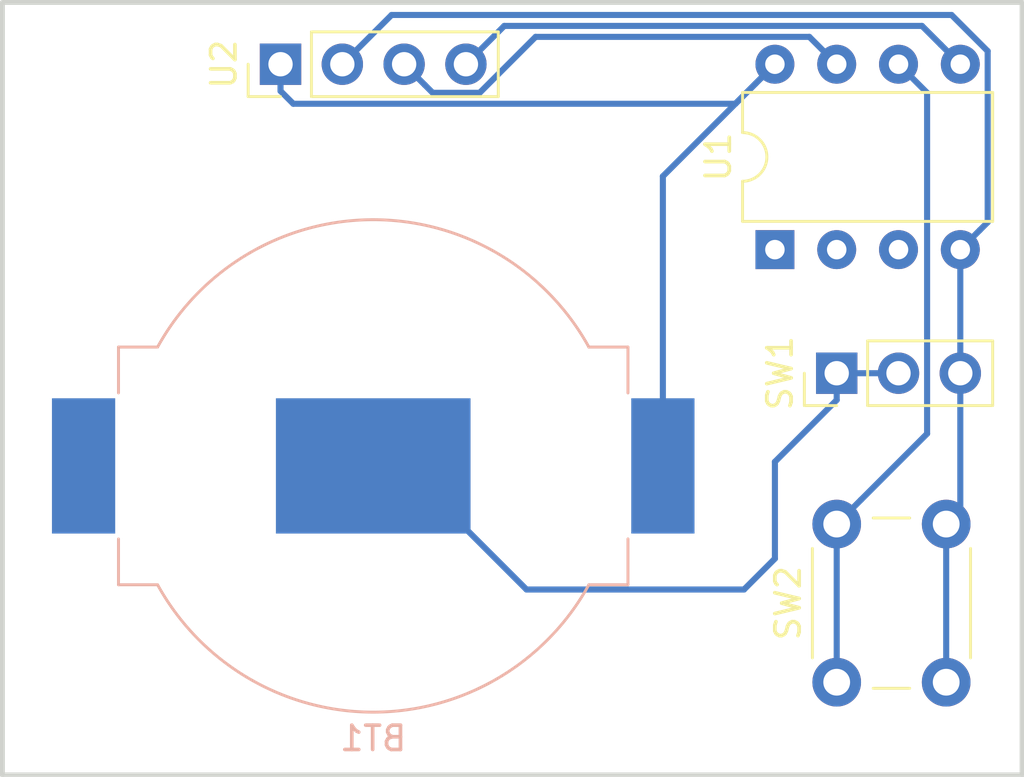
<source format=kicad_pcb>
(kicad_pcb (version 20171130) (host pcbnew 5.0.1-33cea8e~68~ubuntu18.04.1)

  (general
    (thickness 1.6)
    (drawings 4)
    (tracks 41)
    (zones 0)
    (modules 5)
    (nets 10)
  )

  (page A4)
  (layers
    (0 F.Cu signal)
    (31 B.Cu signal)
    (32 B.Adhes user hide)
    (33 F.Adhes user hide)
    (34 B.Paste user hide)
    (35 F.Paste user hide)
    (36 B.SilkS user)
    (37 F.SilkS user)
    (38 B.Mask user)
    (39 F.Mask user)
    (40 Dwgs.User user)
    (41 Cmts.User user)
    (42 Eco1.User user hide)
    (43 Eco2.User user hide)
    (44 Edge.Cuts user)
    (45 Margin user hide)
    (46 B.CrtYd user)
    (47 F.CrtYd user)
    (48 B.Fab user hide)
    (49 F.Fab user hide)
  )

  (setup
    (last_trace_width 0.25)
    (trace_clearance 0.2)
    (zone_clearance 0.508)
    (zone_45_only no)
    (trace_min 0.2)
    (segment_width 0.2)
    (edge_width 0.2)
    (via_size 0.8)
    (via_drill 0.4)
    (via_min_size 0.4)
    (via_min_drill 0.3)
    (uvia_size 0.3)
    (uvia_drill 0.1)
    (uvias_allowed no)
    (uvia_min_size 0.2)
    (uvia_min_drill 0.1)
    (pcb_text_width 0.3)
    (pcb_text_size 1.5 1.5)
    (mod_edge_width 0.15)
    (mod_text_size 1 1)
    (mod_text_width 0.15)
    (pad_size 2.6 5.56)
    (pad_drill 0)
    (pad_to_mask_clearance 0.051)
    (solder_mask_min_width 0.25)
    (aux_axis_origin 0 0)
    (visible_elements FFFFFF7F)
    (pcbplotparams
      (layerselection 0x010fc_ffffffff)
      (usegerberextensions false)
      (usegerberattributes false)
      (usegerberadvancedattributes false)
      (creategerberjobfile false)
      (excludeedgelayer true)
      (linewidth 0.100000)
      (plotframeref false)
      (viasonmask false)
      (mode 1)
      (useauxorigin false)
      (hpglpennumber 1)
      (hpglpenspeed 20)
      (hpglpendiameter 15.000000)
      (psnegative false)
      (psa4output false)
      (plotreference true)
      (plotvalue true)
      (plotinvisibletext false)
      (padsonsilk false)
      (subtractmaskfromsilk false)
      (outputformat 1)
      (mirror false)
      (drillshape 1)
      (scaleselection 1)
      (outputdirectory ""))
  )

  (net 0 "")
  (net 1 "Net-(U1-Pad1)")
  (net 2 "Net-(U1-Pad5)")
  (net 3 "Net-(U1-Pad2)")
  (net 4 "Net-(SW2-Pad1)")
  (net 5 "Net-(U1-Pad3)")
  (net 6 "Net-(U1-Pad7)")
  (net 7 "Net-(SW1-Pad3)")
  (net 8 "Net-(BT1-Pad1)")
  (net 9 "Net-(BT1-Pad2)")

  (net_class Default "This is the default net class."
    (clearance 0.2)
    (trace_width 0.25)
    (via_dia 0.8)
    (via_drill 0.4)
    (uvia_dia 0.3)
    (uvia_drill 0.1)
    (add_net "Net-(BT1-Pad1)")
    (add_net "Net-(BT1-Pad2)")
    (add_net "Net-(SW1-Pad3)")
    (add_net "Net-(SW2-Pad1)")
    (add_net "Net-(U1-Pad1)")
    (add_net "Net-(U1-Pad2)")
    (add_net "Net-(U1-Pad3)")
    (add_net "Net-(U1-Pad5)")
    (add_net "Net-(U1-Pad7)")
  )

  (module Connector_PinHeader_2.54mm:PinHeader_1x04_P2.54mm_Vertical (layer F.Cu) (tedit 59FED5CC) (tstamp 5C0935D9)
    (at 36.83 27.94 90)
    (descr "Through hole straight pin header, 1x04, 2.54mm pitch, single row")
    (tags "Through hole pin header THT 1x04 2.54mm single row")
    (path /5BEFD998)
    (fp_text reference U2 (at 0 -2.33 90) (layer F.SilkS)
      (effects (font (size 1 1) (thickness 0.15)))
    )
    (fp_text value ssd1306-i2c (at 0 9.95 90) (layer F.Fab)
      (effects (font (size 1 1) (thickness 0.15)))
    )
    (fp_text user %R (at 0 3.81 180) (layer F.Fab)
      (effects (font (size 1 1) (thickness 0.15)))
    )
    (fp_line (start 1.8 -1.8) (end -1.8 -1.8) (layer F.CrtYd) (width 0.05))
    (fp_line (start 1.8 9.4) (end 1.8 -1.8) (layer F.CrtYd) (width 0.05))
    (fp_line (start -1.8 9.4) (end 1.8 9.4) (layer F.CrtYd) (width 0.05))
    (fp_line (start -1.8 -1.8) (end -1.8 9.4) (layer F.CrtYd) (width 0.05))
    (fp_line (start -1.33 -1.33) (end 0 -1.33) (layer F.SilkS) (width 0.12))
    (fp_line (start -1.33 0) (end -1.33 -1.33) (layer F.SilkS) (width 0.12))
    (fp_line (start -1.33 1.27) (end 1.33 1.27) (layer F.SilkS) (width 0.12))
    (fp_line (start 1.33 1.27) (end 1.33 8.95) (layer F.SilkS) (width 0.12))
    (fp_line (start -1.33 1.27) (end -1.33 8.95) (layer F.SilkS) (width 0.12))
    (fp_line (start -1.33 8.95) (end 1.33 8.95) (layer F.SilkS) (width 0.12))
    (fp_line (start -1.27 -0.635) (end -0.635 -1.27) (layer F.Fab) (width 0.1))
    (fp_line (start -1.27 8.89) (end -1.27 -0.635) (layer F.Fab) (width 0.1))
    (fp_line (start 1.27 8.89) (end -1.27 8.89) (layer F.Fab) (width 0.1))
    (fp_line (start 1.27 -1.27) (end 1.27 8.89) (layer F.Fab) (width 0.1))
    (fp_line (start -0.635 -1.27) (end 1.27 -1.27) (layer F.Fab) (width 0.1))
    (pad 4 thru_hole oval (at 0 7.62 90) (size 1.7 1.7) (drill 1) (layers *.Cu *.Mask)
      (net 2 "Net-(U1-Pad5)"))
    (pad 3 thru_hole oval (at 0 5.08 90) (size 1.7 1.7) (drill 1) (layers *.Cu *.Mask)
      (net 6 "Net-(U1-Pad7)"))
    (pad 2 thru_hole oval (at 0 2.54 90) (size 1.7 1.7) (drill 1) (layers *.Cu *.Mask)
      (net 7 "Net-(SW1-Pad3)"))
    (pad 1 thru_hole rect (at 0 0 90) (size 1.7 1.7) (drill 1) (layers *.Cu *.Mask)
      (net 8 "Net-(BT1-Pad1)"))
    (model ${KISYS3DMOD}/Connector_PinHeader_2.54mm.3dshapes/PinHeader_1x04_P2.54mm_Vertical.wrl
      (at (xyz 0 0 0))
      (scale (xyz 1 1 1))
      (rotate (xyz 0 0 0))
    )
  )

  (module Connector_PinHeader_2.54mm:PinHeader_1x03_P2.54mm_Vertical (layer F.Cu) (tedit 59FED5CC) (tstamp 5C0935F0)
    (at 59.69 40.64 90)
    (descr "Through hole straight pin header, 1x03, 2.54mm pitch, single row")
    (tags "Through hole pin header THT 1x03 2.54mm single row")
    (path /5BEFCD7C)
    (fp_text reference SW1 (at 0 -2.33 90) (layer F.SilkS)
      (effects (font (size 1 1) (thickness 0.15)))
    )
    (fp_text value SW_Push_SPDT (at 0 7.41 90) (layer F.Fab)
      (effects (font (size 1 1) (thickness 0.15)))
    )
    (fp_line (start -0.635 -1.27) (end 1.27 -1.27) (layer F.Fab) (width 0.1))
    (fp_line (start 1.27 -1.27) (end 1.27 6.35) (layer F.Fab) (width 0.1))
    (fp_line (start 1.27 6.35) (end -1.27 6.35) (layer F.Fab) (width 0.1))
    (fp_line (start -1.27 6.35) (end -1.27 -0.635) (layer F.Fab) (width 0.1))
    (fp_line (start -1.27 -0.635) (end -0.635 -1.27) (layer F.Fab) (width 0.1))
    (fp_line (start -1.33 6.41) (end 1.33 6.41) (layer F.SilkS) (width 0.12))
    (fp_line (start -1.33 1.27) (end -1.33 6.41) (layer F.SilkS) (width 0.12))
    (fp_line (start 1.33 1.27) (end 1.33 6.41) (layer F.SilkS) (width 0.12))
    (fp_line (start -1.33 1.27) (end 1.33 1.27) (layer F.SilkS) (width 0.12))
    (fp_line (start -1.33 0) (end -1.33 -1.33) (layer F.SilkS) (width 0.12))
    (fp_line (start -1.33 -1.33) (end 0 -1.33) (layer F.SilkS) (width 0.12))
    (fp_line (start -1.8 -1.8) (end -1.8 6.85) (layer F.CrtYd) (width 0.05))
    (fp_line (start -1.8 6.85) (end 1.8 6.85) (layer F.CrtYd) (width 0.05))
    (fp_line (start 1.8 6.85) (end 1.8 -1.8) (layer F.CrtYd) (width 0.05))
    (fp_line (start 1.8 -1.8) (end -1.8 -1.8) (layer F.CrtYd) (width 0.05))
    (fp_text user %R (at 0 2.54 180) (layer F.Fab)
      (effects (font (size 1 1) (thickness 0.15)))
    )
    (pad 1 thru_hole rect (at 0 0 90) (size 1.7 1.7) (drill 1) (layers *.Cu *.Mask)
      (net 9 "Net-(BT1-Pad2)"))
    (pad 2 thru_hole oval (at 0 2.54 90) (size 1.7 1.7) (drill 1) (layers *.Cu *.Mask)
      (net 9 "Net-(BT1-Pad2)"))
    (pad 3 thru_hole oval (at 0 5.08 90) (size 1.7 1.7) (drill 1) (layers *.Cu *.Mask)
      (net 7 "Net-(SW1-Pad3)"))
    (model ${KISYS3DMOD}/Connector_PinHeader_2.54mm.3dshapes/PinHeader_1x03_P2.54mm_Vertical.wrl
      (at (xyz 0 0 0))
      (scale (xyz 1 1 1))
      (rotate (xyz 0 0 0))
    )
  )

  (module Battery:BatteryHolder_MPD_BC2003_1x2032 (layer B.Cu) (tedit 5AED2918) (tstamp 5BFF2592)
    (at 40.64 44.45)
    (descr http://www.memoryprotectiondevices.com/datasheets/BC-2003-datasheet.pdf)
    (tags "BC2003 CR2032 2032 Battery Holder")
    (path /5BEFE105)
    (attr smd)
    (fp_text reference BT1 (at 0 11.2) (layer B.SilkS)
      (effects (font (size 1 1) (thickness 0.15)) (justify mirror))
    )
    (fp_text value Battery_Cell (at 0 -11.2) (layer B.Fab)
      (effects (font (size 1 1) (thickness 0.15)) (justify mirror))
    )
    (fp_line (start -10.35 -4.765) (end 10.35 -4.765) (layer B.Fab) (width 0.1))
    (fp_line (start -10.35 4.765) (end 10.35 4.765) (layer B.Fab) (width 0.1))
    (fp_line (start -10.35 -4.765) (end -10.35 4.765) (layer B.Fab) (width 0.1))
    (fp_line (start 10.35 -4.765) (end 10.35 4.765) (layer B.Fab) (width 0.1))
    (fp_line (start 10.35 -2.525) (end 12 -2.525) (layer B.Fab) (width 0.1))
    (fp_line (start 10.35 2.525) (end 12 2.525) (layer B.Fab) (width 0.1))
    (fp_line (start 12.7 1.825) (end 12 2.525) (layer B.Fab) (width 0.1))
    (fp_line (start 12.7 -1.825) (end 12 -2.525) (layer B.Fab) (width 0.1))
    (fp_line (start 12.7 1.825) (end 12.7 -1.825) (layer B.Fab) (width 0.1))
    (fp_line (start -10.35 2.525) (end -12 2.525) (layer B.Fab) (width 0.1))
    (fp_line (start -10.35 -2.525) (end -12 -2.525) (layer B.Fab) (width 0.1))
    (fp_line (start -12.7 1.825) (end -12 2.525) (layer B.Fab) (width 0.1))
    (fp_line (start -12.7 -1.825) (end -12 -2.525) (layer B.Fab) (width 0.1))
    (fp_line (start -12.7 1.825) (end -12.7 -1.825) (layer B.Fab) (width 0.1))
    (fp_text user %R (at 0 0) (layer B.Fab)
      (effects (font (size 1 1) (thickness 0.15)) (justify mirror))
    )
    (fp_line (start -10.47 4.885) (end -8.86291 4.885) (layer B.SilkS) (width 0.12))
    (fp_line (start -10.47 3) (end -10.47 4.885) (layer B.SilkS) (width 0.12))
    (fp_line (start 10.47 3) (end 10.47 4.885) (layer B.SilkS) (width 0.12))
    (fp_line (start -10.47 -3) (end -10.47 -4.885) (layer B.SilkS) (width 0.12))
    (fp_line (start 10.47 -3) (end 10.47 -4.885) (layer B.SilkS) (width 0.12))
    (fp_line (start 10.47 4.885) (end 8.86291 4.885) (layer B.SilkS) (width 0.12))
    (fp_line (start -10.47 -4.885) (end -8.86291 -4.885) (layer B.SilkS) (width 0.12))
    (fp_line (start 10.47 -4.885) (end 8.86291 -4.885) (layer B.SilkS) (width 0.12))
    (fp_line (start 8.94 5.01) (end 10.6 5.01) (layer B.CrtYd) (width 0.05))
    (fp_line (start 10.6 5.01) (end 10.6 3.03) (layer B.CrtYd) (width 0.05))
    (fp_line (start 10.6 3.03) (end 13.45 3.03) (layer B.CrtYd) (width 0.05))
    (fp_line (start 13.45 3.03) (end 13.45 -3.03) (layer B.CrtYd) (width 0.05))
    (fp_line (start 10.6 -3.03) (end 13.45 -3.03) (layer B.CrtYd) (width 0.05))
    (fp_line (start 10.6 -5.01) (end 10.6 -3.03) (layer B.CrtYd) (width 0.05))
    (fp_arc (start 0 0) (end 8.94 5.01) (angle 121.4) (layer B.CrtYd) (width 0.05))
    (fp_line (start 8.94 -5.01) (end 10.6 -5.01) (layer B.CrtYd) (width 0.05))
    (fp_line (start -8.94 5.01) (end -10.6 5.01) (layer B.CrtYd) (width 0.05))
    (fp_line (start -10.6 5.01) (end -10.6 3.03) (layer B.CrtYd) (width 0.05))
    (fp_line (start -10.6 3.03) (end -13.45 3.03) (layer B.CrtYd) (width 0.05))
    (fp_line (start -13.45 3.03) (end -13.45 -3.03) (layer B.CrtYd) (width 0.05))
    (fp_line (start -13.45 -3.03) (end -10.6 -3.03) (layer B.CrtYd) (width 0.05))
    (fp_line (start -10.6 -5.01) (end -10.6 -3.03) (layer B.CrtYd) (width 0.05))
    (fp_line (start -10.6 -5.01) (end -8.94 -5.01) (layer B.CrtYd) (width 0.05))
    (fp_arc (start 0 0) (end -8.94 -5.01) (angle 121.3) (layer B.CrtYd) (width 0.05))
    (fp_arc (start 0 0) (end 8.86291 4.885) (angle 122.2752329) (layer B.SilkS) (width 0.12))
    (fp_arc (start 0 0) (end -8.86291 -4.885) (angle 122.3) (layer B.SilkS) (width 0.12))
    (pad 2 smd rect (at 0 0) (size 8 5.56) (layers B.Cu B.Paste B.Mask)
      (net 9 "Net-(BT1-Pad2)"))
    (pad 1 smd rect (at 11.905 0) (size 2.6 5.56) (layers B.Cu B.Paste B.Mask)
      (net 8 "Net-(BT1-Pad1)"))
    (pad 1 smd rect (at -11.905 0) (size 2.6 5.56) (layers B.Cu B.Paste B.Mask)
      (net 8 "Net-(BT1-Pad1)"))
    (model ${KISYS3DMOD}/Battery.3dshapes/BatteryHolder_MPD_BC2003_1x2032.wrl
      (at (xyz 0 0 0))
      (scale (xyz 1 1 1))
      (rotate (xyz 0 0 0))
    )
  )

  (module Button_Switch_THT:SW_PUSH_6mm (layer F.Cu) (tedit 5A02FE31) (tstamp 5BFF2562)
    (at 59.69 53.34 90)
    (descr https://www.omron.com/ecb/products/pdf/en-b3f.pdf)
    (tags "tact sw push 6mm")
    (path /5BEFC880)
    (fp_text reference SW2 (at 3.25 -2 90) (layer F.SilkS)
      (effects (font (size 1 1) (thickness 0.15)))
    )
    (fp_text value SW_Push (at 3.75 6.7 90) (layer F.Fab)
      (effects (font (size 1 1) (thickness 0.15)))
    )
    (fp_text user %R (at 3.25 2.25 90) (layer F.Fab)
      (effects (font (size 1 1) (thickness 0.15)))
    )
    (fp_line (start 3.25 -0.75) (end 6.25 -0.75) (layer F.Fab) (width 0.1))
    (fp_line (start 6.25 -0.75) (end 6.25 5.25) (layer F.Fab) (width 0.1))
    (fp_line (start 6.25 5.25) (end 0.25 5.25) (layer F.Fab) (width 0.1))
    (fp_line (start 0.25 5.25) (end 0.25 -0.75) (layer F.Fab) (width 0.1))
    (fp_line (start 0.25 -0.75) (end 3.25 -0.75) (layer F.Fab) (width 0.1))
    (fp_line (start 7.75 6) (end 8 6) (layer F.CrtYd) (width 0.05))
    (fp_line (start 8 6) (end 8 5.75) (layer F.CrtYd) (width 0.05))
    (fp_line (start 7.75 -1.5) (end 8 -1.5) (layer F.CrtYd) (width 0.05))
    (fp_line (start 8 -1.5) (end 8 -1.25) (layer F.CrtYd) (width 0.05))
    (fp_line (start -1.5 -1.25) (end -1.5 -1.5) (layer F.CrtYd) (width 0.05))
    (fp_line (start -1.5 -1.5) (end -1.25 -1.5) (layer F.CrtYd) (width 0.05))
    (fp_line (start -1.5 5.75) (end -1.5 6) (layer F.CrtYd) (width 0.05))
    (fp_line (start -1.5 6) (end -1.25 6) (layer F.CrtYd) (width 0.05))
    (fp_line (start -1.25 -1.5) (end 7.75 -1.5) (layer F.CrtYd) (width 0.05))
    (fp_line (start -1.5 5.75) (end -1.5 -1.25) (layer F.CrtYd) (width 0.05))
    (fp_line (start 7.75 6) (end -1.25 6) (layer F.CrtYd) (width 0.05))
    (fp_line (start 8 -1.25) (end 8 5.75) (layer F.CrtYd) (width 0.05))
    (fp_line (start 1 5.5) (end 5.5 5.5) (layer F.SilkS) (width 0.12))
    (fp_line (start -0.25 1.5) (end -0.25 3) (layer F.SilkS) (width 0.12))
    (fp_line (start 5.5 -1) (end 1 -1) (layer F.SilkS) (width 0.12))
    (fp_line (start 6.75 3) (end 6.75 1.5) (layer F.SilkS) (width 0.12))
    (fp_circle (center 3.25 2.25) (end 1.25 2.5) (layer F.Fab) (width 0.1))
    (pad 2 thru_hole circle (at 0 4.5 180) (size 2 2) (drill 1.1) (layers *.Cu *.Mask)
      (net 7 "Net-(SW1-Pad3)"))
    (pad 1 thru_hole circle (at 0 0 180) (size 2 2) (drill 1.1) (layers *.Cu *.Mask)
      (net 4 "Net-(SW2-Pad1)"))
    (pad 2 thru_hole circle (at 6.5 4.5 180) (size 2 2) (drill 1.1) (layers *.Cu *.Mask)
      (net 7 "Net-(SW1-Pad3)"))
    (pad 1 thru_hole circle (at 6.5 0 180) (size 2 2) (drill 1.1) (layers *.Cu *.Mask)
      (net 4 "Net-(SW2-Pad1)"))
    (model ${KISYS3DMOD}/Button_Switch_THT.3dshapes/SW_PUSH_6mm.wrl
      (at (xyz 0 0 0))
      (scale (xyz 1 1 1))
      (rotate (xyz 0 0 0))
    )
  )

  (module Package_DIP:DIP-8_W7.62mm (layer F.Cu) (tedit 5A02E8C5) (tstamp 5BFF2510)
    (at 57.15 35.56 90)
    (descr "8-lead though-hole mounted DIP package, row spacing 7.62 mm (300 mils)")
    (tags "THT DIP DIL PDIP 2.54mm 7.62mm 300mil")
    (path /5BEFABCE)
    (fp_text reference U1 (at 3.81 -2.33 90) (layer F.SilkS)
      (effects (font (size 1 1) (thickness 0.15)))
    )
    (fp_text value ATtiny85-20PU (at 3.81 9.95 90) (layer F.Fab)
      (effects (font (size 1 1) (thickness 0.15)))
    )
    (fp_arc (start 3.81 -1.33) (end 2.81 -1.33) (angle -180) (layer F.SilkS) (width 0.12))
    (fp_line (start 1.635 -1.27) (end 6.985 -1.27) (layer F.Fab) (width 0.1))
    (fp_line (start 6.985 -1.27) (end 6.985 8.89) (layer F.Fab) (width 0.1))
    (fp_line (start 6.985 8.89) (end 0.635 8.89) (layer F.Fab) (width 0.1))
    (fp_line (start 0.635 8.89) (end 0.635 -0.27) (layer F.Fab) (width 0.1))
    (fp_line (start 0.635 -0.27) (end 1.635 -1.27) (layer F.Fab) (width 0.1))
    (fp_line (start 2.81 -1.33) (end 1.16 -1.33) (layer F.SilkS) (width 0.12))
    (fp_line (start 1.16 -1.33) (end 1.16 8.95) (layer F.SilkS) (width 0.12))
    (fp_line (start 1.16 8.95) (end 6.46 8.95) (layer F.SilkS) (width 0.12))
    (fp_line (start 6.46 8.95) (end 6.46 -1.33) (layer F.SilkS) (width 0.12))
    (fp_line (start 6.46 -1.33) (end 4.81 -1.33) (layer F.SilkS) (width 0.12))
    (fp_line (start -1.1 -1.55) (end -1.1 9.15) (layer F.CrtYd) (width 0.05))
    (fp_line (start -1.1 9.15) (end 8.7 9.15) (layer F.CrtYd) (width 0.05))
    (fp_line (start 8.7 9.15) (end 8.7 -1.55) (layer F.CrtYd) (width 0.05))
    (fp_line (start 8.7 -1.55) (end -1.1 -1.55) (layer F.CrtYd) (width 0.05))
    (fp_text user %R (at 3.81 3.81 90) (layer F.Fab)
      (effects (font (size 1 1) (thickness 0.15)))
    )
    (pad 1 thru_hole rect (at 0 0 90) (size 1.6 1.6) (drill 0.8) (layers *.Cu *.Mask)
      (net 1 "Net-(U1-Pad1)"))
    (pad 5 thru_hole oval (at 7.62 7.62 90) (size 1.6 1.6) (drill 0.8) (layers *.Cu *.Mask)
      (net 2 "Net-(U1-Pad5)"))
    (pad 2 thru_hole oval (at 0 2.54 90) (size 1.6 1.6) (drill 0.8) (layers *.Cu *.Mask)
      (net 3 "Net-(U1-Pad2)"))
    (pad 6 thru_hole oval (at 7.62 5.08 90) (size 1.6 1.6) (drill 0.8) (layers *.Cu *.Mask)
      (net 4 "Net-(SW2-Pad1)"))
    (pad 3 thru_hole oval (at 0 5.08 90) (size 1.6 1.6) (drill 0.8) (layers *.Cu *.Mask)
      (net 5 "Net-(U1-Pad3)"))
    (pad 7 thru_hole oval (at 7.62 2.54 90) (size 1.6 1.6) (drill 0.8) (layers *.Cu *.Mask)
      (net 6 "Net-(U1-Pad7)"))
    (pad 4 thru_hole oval (at 0 7.62 90) (size 1.6 1.6) (drill 0.8) (layers *.Cu *.Mask)
      (net 7 "Net-(SW1-Pad3)"))
    (pad 8 thru_hole oval (at 7.62 0 90) (size 1.6 1.6) (drill 0.8) (layers *.Cu *.Mask)
      (net 8 "Net-(BT1-Pad1)"))
    (model ${KISYS3DMOD}/Package_DIP.3dshapes/DIP-8_W7.62mm.wrl
      (at (xyz 0 0 0))
      (scale (xyz 1 1 1))
      (rotate (xyz 0 0 0))
    )
  )

  (gr_line (start 25.4 25.4) (end 25.4 57.15) (layer Edge.Cuts) (width 0.2))
  (gr_line (start 67.31 25.4) (end 25.4 25.4) (layer Edge.Cuts) (width 0.2))
  (gr_line (start 25.4 57.15) (end 67.31 57.15) (layer Edge.Cuts) (width 0.2))
  (gr_line (start 67.31 57.15) (end 67.31 25.4) (layer Edge.Cuts) (width 0.2))

  (segment (start 63.194989 26.364989) (end 63.970001 27.140001) (width 0.25) (layer B.Cu) (net 2))
  (segment (start 46.025011 26.364989) (end 63.194989 26.364989) (width 0.25) (layer B.Cu) (net 2))
  (segment (start 63.970001 27.140001) (end 64.77 27.94) (width 0.25) (layer B.Cu) (net 2))
  (segment (start 44.45 27.94) (end 46.025011 26.364989) (width 0.25) (layer B.Cu) (net 2))
  (segment (start 60.689999 45.840001) (end 59.69 46.84) (width 0.25) (layer B.Cu) (net 4))
  (segment (start 63.405001 43.124999) (end 60.689999 45.840001) (width 0.25) (layer B.Cu) (net 4))
  (segment (start 63.405001 29.115001) (end 63.405001 43.124999) (width 0.25) (layer B.Cu) (net 4))
  (segment (start 62.23 27.94) (end 63.405001 29.115001) (width 0.25) (layer B.Cu) (net 4))
  (segment (start 59.69 46.84) (end 59.69 53.34) (width 0.25) (layer B.Cu) (net 4))
  (segment (start 42.759999 28.789999) (end 41.91 27.94) (width 0.25) (layer B.Cu) (net 6))
  (segment (start 43.085001 29.115001) (end 42.759999 28.789999) (width 0.25) (layer B.Cu) (net 6))
  (segment (start 47.314003 26.814999) (end 45.014001 29.115001) (width 0.25) (layer B.Cu) (net 6))
  (segment (start 45.014001 29.115001) (end 43.085001 29.115001) (width 0.25) (layer B.Cu) (net 6))
  (segment (start 58.564999 26.814999) (end 47.314003 26.814999) (width 0.25) (layer B.Cu) (net 6))
  (segment (start 59.69 27.94) (end 58.564999 26.814999) (width 0.25) (layer B.Cu) (net 6))
  (segment (start 64.77 46.26) (end 64.19 46.84) (width 0.25) (layer F.Cu) (net 7))
  (segment (start 64.19 53.34) (end 64.19 46.84) (width 0.25) (layer B.Cu) (net 7))
  (segment (start 64.77 46.26) (end 64.19 46.84) (width 0.25) (layer B.Cu) (net 7))
  (segment (start 64.77 40.64) (end 64.77 46.26) (width 0.25) (layer B.Cu) (net 7))
  (segment (start 64.77 35.56) (end 64.77 40.64) (width 0.25) (layer B.Cu) (net 7))
  (segment (start 65.569999 34.760001) (end 64.77 35.56) (width 0.25) (layer B.Cu) (net 7))
  (segment (start 65.895001 34.434999) (end 65.569999 34.760001) (width 0.25) (layer B.Cu) (net 7))
  (segment (start 65.895001 27.399999) (end 65.895001 34.434999) (width 0.25) (layer B.Cu) (net 7))
  (segment (start 64.409982 25.91498) (end 65.895001 27.399999) (width 0.25) (layer B.Cu) (net 7))
  (segment (start 41.39502 25.91498) (end 64.409982 25.91498) (width 0.25) (layer B.Cu) (net 7))
  (segment (start 39.37 27.94) (end 41.39502 25.91498) (width 0.25) (layer B.Cu) (net 7))
  (segment (start 52.545 32.545) (end 57.15 27.94) (width 0.25) (layer B.Cu) (net 8))
  (segment (start 52.545 44.45) (end 52.545 32.545) (width 0.25) (layer B.Cu) (net 8))
  (segment (start 56.350001 28.739999) (end 57.15 27.94) (width 0.25) (layer B.Cu) (net 8))
  (segment (start 37.35501 29.56501) (end 55.52499 29.56501) (width 0.25) (layer B.Cu) (net 8))
  (segment (start 36.83 29.04) (end 37.35501 29.56501) (width 0.25) (layer B.Cu) (net 8))
  (segment (start 55.52499 29.56501) (end 56.350001 28.739999) (width 0.25) (layer B.Cu) (net 8))
  (segment (start 36.83 27.94) (end 36.83 29.04) (width 0.25) (layer B.Cu) (net 8))
  (segment (start 62.23 40.64) (end 59.69 40.64) (width 0.25) (layer B.Cu) (net 9))
  (segment (start 41.86 44.45) (end 40.64 44.45) (width 0.25) (layer B.Cu) (net 9))
  (segment (start 59.69 40.64) (end 59.69 41.74) (width 0.25) (layer B.Cu) (net 9))
  (segment (start 59.69 41.74) (end 57.15 44.28) (width 0.25) (layer B.Cu) (net 9))
  (segment (start 57.15 44.28) (end 57.15 48.26) (width 0.25) (layer B.Cu) (net 9))
  (segment (start 57.15 48.26) (end 55.88 49.53) (width 0.25) (layer B.Cu) (net 9))
  (segment (start 55.88 49.53) (end 46.94 49.53) (width 0.25) (layer B.Cu) (net 9))
  (segment (start 46.94 49.53) (end 41.86 44.45) (width 0.25) (layer B.Cu) (net 9))

)

</source>
